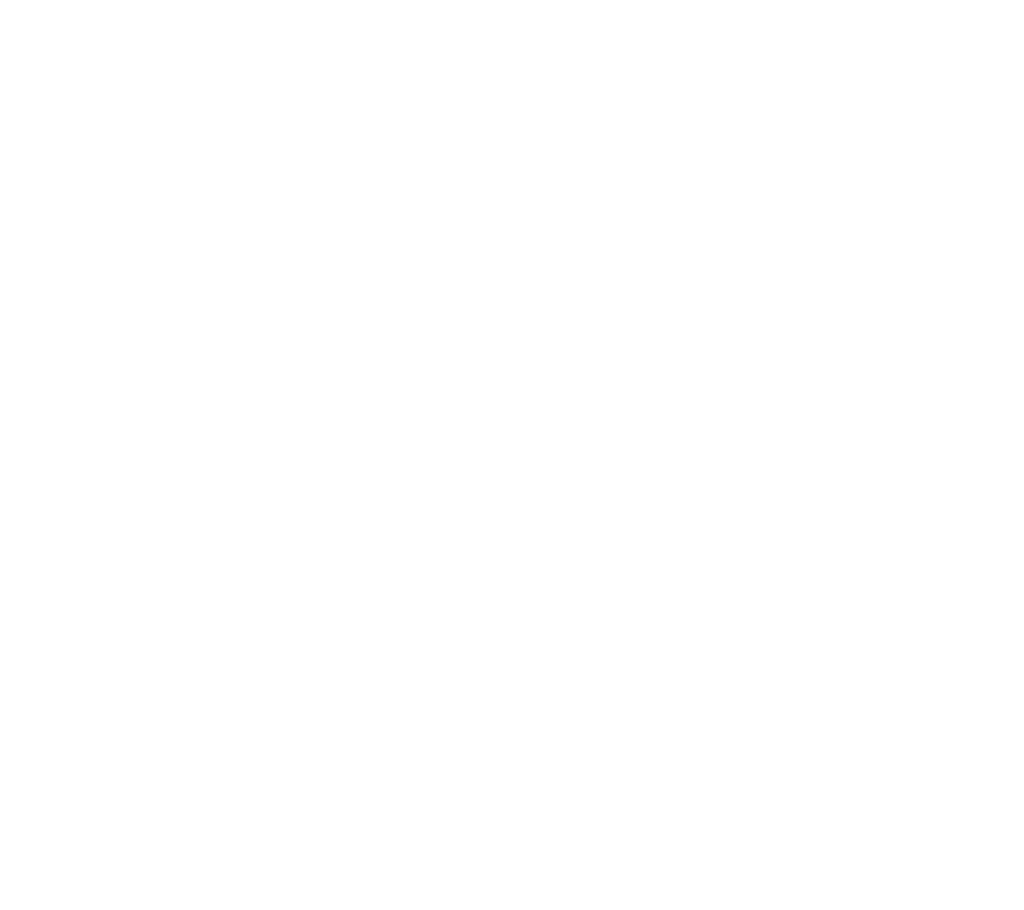
<source format=kicad_pcb>
(kicad_pcb (version 20211014) (generator pcbnew)

  (general
    (thickness 1.6)
  )

  (paper "A4")
  (layers
    (0 "F.Cu" signal)
    (31 "B.Cu" signal)
    (32 "B.Adhes" user "B.Adhesive")
    (33 "F.Adhes" user "F.Adhesive")
    (34 "B.Paste" user)
    (35 "F.Paste" user)
    (36 "B.SilkS" user "B.Silkscreen")
    (37 "F.SilkS" user "F.Silkscreen")
    (38 "B.Mask" user)
    (39 "F.Mask" user)
    (40 "Dwgs.User" user "User.Drawings")
    (41 "Cmts.User" user "User.Comments")
    (42 "Eco1.User" user "User.Eco1")
    (43 "Eco2.User" user "User.Eco2")
    (44 "Edge.Cuts" user)
    (45 "Margin" user)
    (46 "B.CrtYd" user "B.Courtyard")
    (47 "F.CrtYd" user "F.Courtyard")
    (48 "B.Fab" user)
    (49 "F.Fab" user)
  )

  (setup
    (pad_to_mask_clearance 0)
    (grid_origin 150 100)
    (pcbplotparams
      (layerselection 0x00010fc_ffffffff)
      (disableapertmacros false)
      (usegerberextensions false)
      (usegerberattributes true)
      (usegerberadvancedattributes true)
      (creategerberjobfile true)
      (svguseinch false)
      (svgprecision 6)
      (excludeedgelayer true)
      (plotframeref false)
      (viasonmask false)
      (mode 1)
      (useauxorigin false)
      (hpglpennumber 1)
      (hpglpenspeed 20)
      (hpglpendiameter 15.000000)
      (dxfpolygonmode true)
      (dxfimperialunits true)
      (dxfusepcbnewfont true)
      (psnegative false)
      (psa4output false)
      (plotreference true)
      (plotvalue true)
      (plotinvisibletext false)
      (sketchpadsonfab false)
      (subtractmaskfromsilk false)
      (outputformat 1)
      (mirror false)
      (drillshape 1)
      (scaleselection 1)
      (outputdirectory "")
    )
  )

  (net 0 "")

  (gr_line (start 159.524999 109.525) (end 159.524999 128.575) (layer "Dwgs.User") (width 0.2) (tstamp 002ef442-6469-4cb2-97ac-6ff335b30ced))
  (gr_line (start 197.624999 106.925) (end 197.624999 125.975) (layer "Dwgs.User") (width 0.2) (tstamp 004aace5-7bc5-4140-bfab-d5172b8cc123))
  (gr_line (start 139.55 130.525) (end 158.599999 130.525) (layer "Dwgs.User") (width 0.2) (tstamp 00c358e9-587c-41f8-ab62-d88b5edfc55e))
  (gr_line (start 216.674999 79.325) (end 216.674999 98.375001) (layer "Dwgs.User") (width 0.2) (tstamp 01ecfe3f-905b-490a-8fe9-f5ef695a42ba))
  (gr_line (start 159.524999 149.574999) (end 159.524999 130.524999) (layer "Dwgs.User") (width 0.2) (tstamp 02658916-609e-4296-9dae-761c704094e4))
  (gr_line (start 159.524999 71.425001) (end 159.524999 90.475001) (layer "Dwgs.User") (width 0.2) (tstamp 04f09f49-ebbd-4fd2-9bf1-31860e795fe5))
  (gr_line (start 119.595637 158.879872) (end 107.350533 173.473019) (layer "Dwgs.User") (width 0.2) (tstamp 09fa24a6-b666-45e6-93b3-8d3e5250f8fb))
  (gr_line (start 216.674999 79.325001) (end 216.674999 60.275) (layer "Dwgs.User") (width 0.2) (tstamp 0d9675bb-43be-43ba-9775-101c522edfcb))
  (gr_line (start 140.475001 71.425001) (end 159.524999 71.425001) (layer "Dwgs.User") (width 0.2) (tstamp 0e32d7a2-1a5e-4d18-853a-f090e5db71e7))
  (gr_line (start 216.674999 79.325) (end 197.624999 79.325) (layer "Dwgs.User") (width 0.2) (tstamp 107eb199-2b6a-4dda-b0a5-64296da2be55))
  (gr_line (start 159.524999 103.525006) (end 159.524999 84.474982) (layer "Dwgs.User") (width 0.2) (tstamp 12aa6293-1e2a-4022-a67e-f26275b1b69a))
  (gr_line (start 112.750357 140.689621) (end 130.015521 132.638743) (layer "Dwgs.User") (width 0.2) (tstamp 14ba3369-9633-42d2-b83c-926d06357851))
  (gr_line (start 159.524999 65.424982) (end 178.574999 65.425007) (layer "Dwgs.User") (width 0.2) (tstamp 1bdd4757-e663-4e7e-97bf-3e5f3317e676))
  (gr_line (start 197.624999 79.325) (end 197.624999 98.375) (layer "Dwgs.User") (width 0.2) (tstamp 1c0448ff-e212-440e-ba0d-58b8ab069c0d))
  (gr_line (start 216.674999 117.424999) (end 197.624999 117.424999) (layer "Dwgs.User") (width 0.2) (tstamp 1cf9b189-9a44-4a85-9447-b2467e096c5b))
  (gr_line (start 216.674999 60.275) (end 197.624999 60.275) (layer "Dwgs.User") (width 0.2) (tstamp 1d5c8639-ac71-4822-8b08-2a50097614d0))
  (gr_line (start 159.524999 65.425007) (end 159.524999 46.374982) (layer "Dwgs.User") (width 0.2) (tstamp 20e84779-6670-4a12-b76f-f4f7e16eec9c))
  (gr_line (start 140.475001 109.525) (end 159.524999 109.525) (layer "Dwgs.User") (width 0.2) (tstamp 25a87fdf-0eb0-4b11-aba0-72d16552b3c5))
  (gr_line (start 216.674999 98.375) (end 216.674999 117.425) (layer "Dwgs.User") (width 0.2) (tstamp 2accff90-9eb2-40a5-af17-bd7e47144948))
  (gr_line (start 178.574999 49.775001) (end 197.624999 49.775001) (layer "Dwgs.User") (width 0.2) (tstamp 2b0d5aab-d809-4591-b7dc-a60a57d22852))
  (gr_line (start 197.624999 125.975) (end 178.574999 125.975) (layer "Dwgs.User") (width 0.2) (tstamp 2e4a48e1-6a0b-45d7-bf70-159c7b093faa))
  (gr_line (start 197.624999 117.424999) (end 197.624999 136.474999) (layer "Dwgs.User") (width 0.2) (tstamp 3054e400-7a2c-40e5-9cfb-76c6bfa392b2))
  (gr_line (start 92.757386 161.227915) (end 105.00249 146.634768) (layer "Dwgs.User") (width 0.2) (tstamp 3135fa6e-8a83-49de-8d71-2edfeff0a143))
  (gr_line (start 140.475001 72.925001) (end 140.475001 91.975) (layer "Dwgs.User") (width 0.2) (tstamp 3195d7a9-c07e-423b-8663-27b07c517e41))
  (gr_line (start 197.624999 117.424999) (end 216.674999 117.425) (layer "Dwgs.User") (width 0.2) (tstamp 3541ee8d-5d40-4030-b717-9359b8c943d6))
  (gr_line (start 235.724999 98.375) (end 216.674999 98.375) (layer "Dwgs.User") (width 0.2) (tstamp 3577c0e1-2728-49e9-a2e6-2c1f08b6e02e))
  (gr_line (start 197.624999 136.474999) (end 216.674999 136.475) (layer "Dwgs.User") (width 0.2) (tstamp 3736a1d6-b40e-4474-925c-c426603ba30b))
  (gr_line (start 216.674999 117.425) (end 235.724999 117.425) (layer "Dwgs.User") (width 0.2) (tstamp 3ab22b27-b67a-427e-bd89-6a72109e026b))
  (gr_line (start 197.624999 87.875001) (end 197.624999 106.925) (layer "Dwgs.User") (width 0.2) (tstamp 3afb674f-f9cc-401c-a8cc-7afa322f2412))
  (gr_line (start 140.475001 72.925) (end 121.425001 72.925001) (layer "Dwgs.User") (width 0.2) (tstamp 3ba8da89-2b9e-4bdf-8060-b1169f1c45e2))
  (gr_line (start 140.475001 53.875001) (end 140.475001 72.925) (layer "Dwgs.User") (width 0.2) (tstamp 3c92f966-fbc2-4120-ae3d-09388bfa6344))
  (gr_line (start 197.624999 98.375) (end 197.624999 117.424999) (layer "Dwgs.User") (width 0.2) (tstamp 3e06260c-82bf-467c-bdf4-39a04fe658a6))
  (gr_line (start 178.574999 106.925) (end 197.624999 106.925) (layer "Dwgs.User") (width 0.2) (tstamp 3f8896db-190b-479c-b539-32bef032560c))
  (gr_line (start 178.574999 103.525006) (end 159.524999 103.525006) (layer "Dwgs.User") (width 0.2) (tstamp 405f97c1-4feb-4e4e-80f9-05c038a42c98))
  (gr_line (start 140.475001 111.024999) (end 121.425001 111.025) (layer "Dwgs.User") (width 0.2) (tstamp 4514e7a0-2c20-4f15-9626-4b09ca28cf4b))
  (gr_line (start 216.674999 60.275) (end 216.674999 79.325001) (layer "Dwgs.User") (width 0.2) (tstamp 45d9954c-09f5-4cce-b4d3-550b3499e294))
  (gr_line (start 178.574999 46.375007) (end 178.574999 65.425007) (layer "Dwgs.User") (width 0.2) (tstamp 49078127-c057-484d-b699-2520e230db84))
  (gr_line (start 121.425001 130.075) (end 121.425001 111.025) (layer "Dwgs.User") (width 0.2) (tstamp 4be82680-0e35-4333-88e6-d153195bacbb))
  (gr_line (start 235.724999 98.375001) (end 235.724999 79.325) (layer "Dwgs.User") (width 0.2) (tstamp 4c888686-ac18-4d1b-ac1c-1d87ae692fcf))
  (gr_line (start 197.624999 49.775001) (end 197.624999 68.825001) (layer "Dwgs.User") (width 0.2) (tstamp 4d5de5dc-b55a-413b-9df5-c145ba71c233))
  (gr_line (start 235.724999 79.325) (end 216.674999 79.325) (layer "Dwgs.User") (width 0.2) (tstamp 4dd3b1c2-4ecf-4b44-b19a-3f618f886e28))
  (gr_line (start 178.574999 68.825001) (end 178.574999 49.775001) (layer "Dwgs.User") (width 0.2) (tstamp 4e304ec2-f535-41b4-a7f9-a296df6e03d0))
  (gr_line (start 197.624999 106.925) (end 178.574999 106.925) (layer "Dwgs.User") (width 0.2) (tstamp 4ef81ed4-2eff-4c34-bac6-72200ba16aad))
  (gr_line (start 159.524999 90.475) (end 140.475 90.475) (layer "Dwgs.User") (width 0.2) (tstamp 50d52d3a-4efc-4868-bbc4-32b87319ff36))
  (gr_line (start 140.475 90.475) (end 140.475001 71.425001) (layer "Dwgs.User") (width 0.2) (tstamp 5152f251-51c2-4827-a299-47caed58b75b))
  (gr_line (start 197.624999 106.925) (end 178.574999 106.925) (layer "Dwgs.User") (width 0.2) (tstamp 53049070-f30f-4a2b-b631-f02cd6ab61e6))
  (gr_line (start 235.724999 117.424999) (end 216.674999 117.424999) (layer "Dwgs.User") (width 0.2) (tstamp 5bcce12a-fe85-4eb0-aa0c-669906aa1525))
  (gr_line (start 140.475001 111.025) (end 140.475001 130.074999) (layer "Dwgs.User") (width 0.2) (tstamp 5d1be0e8-19fb-4df9-81f2-c5b1f633d121))
  (gr_line (start 159.524999 130.524999) (end 197.624999 130.524999) (layer "Dwgs.User") (width 0.2) (tstamp 5fec47a8-e353-4e63-b2d0-a85ad21f016d))
  (gr_line (start 140.475001 130.074999) (end 121.425001 130.075) (layer "Dwgs.User") (width 0.2) (tstamp 61711ee4-82dd-4831-82ae-253afaca0bda))
  (gr_line (start 140.475 128.575) (end 140.475001 109.525) (layer "Dwgs.User") (width 0.2) (tstamp 635c2080-4d7f-4c55-9276-c11bf800c058))
  (gr_line (start 178.574999 84.475007) (end 159.524999 84.475007) (layer "Dwgs.User") (width 0.2) (tstamp 64f38e55-a44a-4461-b2e6-0bf64d3f8bc5))
  (gr_line (start 216.674999 136.475) (end 216.674999 117.424999) (layer "Dwgs.User") (width 0.2) (tstamp 65e15996-df2b-4dd2-a241-7c64655dbdc9))
  (gr_line (start 159.524999 109.525) (end 140.475 109.525) (layer "Dwgs.User") (width 0.2) (tstamp 6aebd67a-b4bd-4712-8615-8fba77b9f0e6))
  (gr_line (start 197.624999 60.275) (end 197.624999 79.325) (layer "Dwgs.User") (width 0.2) (tstamp 6bc012ff-150f-4752-8fd2-fa267854d495))
  (gr_line (start 140.475001 52.375001) (end 159.524999 52.375001) (layer "Dwgs.User") (width 0.2) (tstamp 6d349564-47c0-4478-ba48-a3ba94e81136))
  (gr_line (start 235.724999 60.275) (end 216.674999 60.275) (layer "Dwgs.User") (width 0.2) (tstamp 6d60c41e-cdda-4ad4-8402-4b6e44f686b5))
  (gr_line (start 178.574999 103.525006) (end 159.524999 103.525006) (layer "Dwgs.User") (width 0.2) (tstamp 6e875595-128a-49a2-90d7-82fea953b045))
  (gr_line (start 216.674999 117.424999) (end 216.674999 136.475) (layer "Dwgs.User") (width 0.2) (tstamp 6f381fc1-ad70-4097-8824-825b3ae78316))
  (gr_line (start 197.624999 98.375) (end 216.674999 98.375001) (layer "Dwgs.User") (width 0.2) (tstamp 70ded7ca-56ad-4b84-9ea6-7edbf464567c))
  (gr_line (start 235.724999 79.325001) (end 235.724999 60.275) (layer "Dwgs.User") (width 0.2) (tstamp 7371e6ea-0832-448a-82ab-4778567a8b58))
  (gr_line (start 138.066398 149.903906) (end 120.801235 157.954784) (layer "Dwgs.User") (width 0.2) (tstamp 74143fe6-2cb4-41e5-9f2b-6bf95484db9f))
  (gr_line (start 178.574999 125.975) (end 178.574999 106.925) (layer "Dwgs.User") (width 0.2) (tstamp 759c5515-6476-4bef-b63b-71d7b0be51d1))
  (gr_line (start 178.574999 87.875001) (end 178.574999 68.825001) (layer "Dwgs.User") (width 0.2) (tstamp 763a3f38-9654-4ed6-a803-9a37d9986775))
  (gr_line (start 216.674999 117.425) (end 235.724999 117.425) (layer "Dwgs.User") (width 0.2) (tstamp 794dd876-b233-475c-bdbd-8e1ea394b521))
  (gr_line (start 158.599999 149.574999) (end 139.55 149.575) (layer "Dwgs.User") (width 0.2) (tstamp 7ded0a18-5379-4a62-b206-21d979f1c376))
  (gr_line (start 121.425001 111.025) (end 121.425001 91.975001) (layer "Dwgs.User") (width 0.2) (tstamp 82c16e29-76fd-484c-99c6-a88756a3f279))
  (gr_line (start 159.524999 52.375001) (end 159.524999 71.425) (layer "Dwgs.User") (width 0.2) (tstamp 83210188-c38e-4f9f-900e-270c79a29703))
  (gr_line (start 140.475 109.525) (end 140.475001 90.475001) (layer "Dwgs.User") (width 0.2) (tstamp 834348f0-bed4-4578-a36b-bc05d77f70a7))
  (gr_line (start 197.624999 87.875001) (end 178.574999 87.875001) (layer "Dwgs.User") (width 0.2) (tstamp 842552da-4472-4648-81c7-d51e9002f6ff))
  (gr_line (start 121.425001 72.925001) (end 121.425001 53.875001) (layer "Dwgs.User") (width 0.2) (tstamp 86adb6d9-bc72-43cb-a8e8-00808a68394e))
  (gr_line (start 216.674999 98.375001) (end 216.674999 79.325) (layer "Dwgs.User") (width 0.2) (tstamp 8a79a2d0-36cd-4d95-910f-923d9b4c8b89))
  (gr_line (start 216.674999 136.475) (end 235.724999 136.475) (layer "Dwgs.User") (width 0.2) (tstamp 8aef0af3-b614-4b7a-a50c-e1708260c20f))
  (gr_line (start 178.574999 103.525006) (end 178.574999 122.575006) (layer "Dwgs.User") (width 0.2) (tstamp 916f1846-3162-4693-bf08-06a01f9574aa))
  (gr_line (start 178.574999 87.875001) (end 197.624999 87.875001) (layer "Dwgs.User") (width 0.2) (tstamp 91c06ca0-1067-48d5-9a99-b290d1d12957))
  (gr_line (start 158.599999 130.525) (end 158.599999 149.574999) (layer "Dwgs.User") (width 0.2) (tstamp 91e9acf9-ebab-486d-a3ee-66e6264827ed))
  (gr_line (start 216.674999 117.425) (end 216.674999 98.375) (layer "Dwgs.User") (width 0.2) (tstamp 9872401e-1b25-4802-b997-b52b7e374a3a))
  (gr_line (start 105.00249 146.634768) (end 119.595637 158.879872) (layer "Dwgs.User") (width 0.2) (tstamp a0567dea-363d-4287-8edf-da5412d77e00))
  (gr_line (start 197.624999 149.574999) (end 159.524999 149.574999) (layer "Dwgs.User") (width 0.2) (tstamp a7610424-7bbf-43e7-b25a-dd1c40072ccb))
  (gr_line (start 197.624999 68.825001) (end 178.574999 68.825001) (layer "Dwgs.User") (width 0.2) (tstamp ac0648e7-786c-4622-8c86-eb1c83e3ac03))
  (gr_line (start 178.574999 68.825001) (end 197.624999 68.825001) (layer "Dwgs.User") (width 0.2) (tstamp aecf77c1-e49d-4692-925a-2d1ac5d53dd4))
  (gr_line (start 178.574999 65.425007) (end 159.524999 65.425007) (layer "Dwgs.User") (width 0.2) (tstamp af31394e-5125-4c58-a023-de4573fd4c6a))
  (gr_line (start 121.425001 72.925001) (end 140.475001 72.925001) (layer "Dwgs.User") (width 0.2) (tstamp b15d489e-d164-43c3-83f2-a5da36ac760a))
  (gr_line (start 216.674999 98.375001) (end 235.724999 98.375001) (layer "Dwgs.User") (width 0.2) (tstamp b19413e9-2a3d-459b-81f3-60aa322fc296))
  (gr_line (start 107.350533 173.473019) (end 92.757386 161.227915) (layer "Dwgs.User") (width 0.2) (tstamp b1c9640c-ad3b-410c-b745-c396fd19b174))
  (gr_line (start 120.801235 157.954784) (end 112.750357 140.689621) (layer "Dwgs.User") (width 0.2) (tstamp b296ecfa-dd29-4c07-b605-25962af250f0))
  (gr_line (start 178.574999 65.425007) (end 178.574999 84.475007) (layer "Dwgs.User") (width 0.2) (tstamp b5f534be-2be1-44f1-8247-d4d25104eb9f))
  (gr_line (start 121.425001 53.875001) (end 140.475001 53.875001) (layer "Dwgs.User") (width 0.2) (tstamp b7b5626b-36fc-4016-81cd-7e8ac9d987d6))
  (gr_line (start 140.475001 111.024999) (end 121.425001 111.025) (layer "Dwgs.User") (width 0.2) (tstamp b900a6ac-5878-40c7-90ca-0a8a370516d8))
  (gr_line (start 159.524999 103.524981) (end 178.574999 103.525006) (layer "Dwgs.User") (width 0.2) (tstamp bca869fa-ac6d-461e-9fd9-a0e9633ae5a3))
  (gr_line (start 178.574999 122.575006) (end 159.524999 122.575006) (layer "Dwgs.User") (width 0.2) (tstamp bea31023-61ae-4df3-9507-6e95ef19fb2f))
  (gr_line (start 159.524999 84.475007) (end 159.524999 65.424982) (layer "Dwgs.User") (width 0.2) (tstamp bf3ddccc-d3b9-480d-8afb-92641c57223a))
  (gr_line (start 197.624999 79.325) (end 216.674999 79.325001) (layer "Dwgs.User") (width 0.2) (tstamp c1489c12-cdf6-460e-b9d2-b26f2ac37122))
  (gr_line (start 235.724999 136.475) (end 235.724999 117.424999) (layer "Dwgs.User") (width 0.2) (tstamp c2a7cbb3-0f51-4b6e-9261-5100e72cc7f8))
  (gr_line (start 216.674999 98.375) (end 197.624999 98.375) (layer "Dwgs.User") (width 0.2) (tstamp c32654b8-8157-435e-af8b-feaa16c93059))
  (gr_line (start 178.574999 106.925) (end 178.574999 87.875001) (layer "Dwgs.User") (width 0.2) (tstamp c5276e25-9211-48b4-9462-7145384ac95b))
  (gr_line (start 159.524999 109.525) (end 140.475 109.525) (layer "Dwgs.User") (width 0.2) (tstamp c76d16c4-3680-49f9-af26-836c4dda0d02))
  (gr_line (start 130.015521 132.638743) (end 138.066398 149.903906) (layer "Dwgs.User") (width 0.2) (tstamp c99d0c5d-2ab0-4bb5-804a-d2f0f992f6fa))
  (gr_line (start 140.475 71.425) (end 140.475001 52.375001) (layer "Dwgs.User") (width 0.2) (tstamp ce5433f5-d595-4982-8b3d-d2f5f12c36aa))
  (gr_line (start 197.624999 130.524999) (end 197.624999 149.574999) (layer "Dwgs.User") (width 0.2) (tstamp cf658d4b-d05c-4752-8225-c7f02ef5266b))
  (gr_line (start 121.425001 91.975001) (end 140.475001 91.975001) (layer "Dwgs.User") (width 0.2) (tstamp d8148f8f-b528-4330-859f-a14b7e9f208e))
  (gr_line (start 197.624999 68.825001) (end 197.624999 87.875001) (layer "Dwgs.User") (width 0.2) (tstamp dd47118f-1de5-4f86-a9e3-d89ed1ebb659))
  (gr_line (start 140.475001 91.975) (end 121.425001 91.975001) (layer "Dwgs.User") (width 0.2) (tstamp de1db008-39dd-41dd-b6e9-484a18943dac))
  (gr_line (start 140.475001 90.475001) (end 159.524999 90.475001) (layer "Dwgs.User") (width 0.2) (tstamp e15ce17c-1e2e-48bb-a107-92c70fa9a32c))
  (gr_line (start 159.524999 128.575) (end 140.475 128.575) (layer "Dwgs.User") (width 0.2) (tstamp e3adcc2e-6911-4739-842f-e5a8b4c13606))
  (gr_line (start 121.425001 111.025) (end 140.475001 111.025) (layer "Dwgs.User") (width 0.2) (tstamp e906d8e7-ef77-4825-8aaf-11ead77c531d))
  (gr_line (start 178.574999 84.475007) (end 178.574999 103.525006) (layer "Dwgs.User") (width 0.2) (tstamp e9ba2515-c9fa-4971-b7c5-cd9c02ed3005))
  (gr_line (start 216.674999 79.325001) (end 235.724999 79.325001) (layer "Dwgs.User") (width 0.2) (tstamp ead5ae1d-05fd-476b-9555-62aa6841d528))
  (gr_line (start 159.524999 71.425) (end 140.475 71.425) (layer "Dwgs.User") (width 0.2) (tstamp eb83e9b9-a587-4e24-aca1-c43e842ddabb))
  (gr_line (start 159.524999 90.475001) (end 159.524999 109.525) (layer "Dwgs.User") (width 0.2) (tstamp ebc5e0c6-1999-4a57-9dec-a5f207a039ee))
  (gr_line (start 197.624999 117.424999) (end 216.674999 117.425) (layer "Dwgs.User") (width 0.2) (tstamp ebcbcc51-15ad-40ef-b334-887d1aabcb92))
  (gr_line (start 140.475001 91.975001) (end 140.475001 111.024999) (layer "Dwgs.User") (width 0.2) (tstamp f205fefc-d388-4c9c-828c-890168cc6ff6))
  (gr_line (start 139.55 149.575) (end 139.55 130.525) (layer "Dwgs.User") (width 0.2) (tstamp f46da958-f2d8-462b-b597-be4567fb2ee7))
  (gr_line (start 235.724999 117.425) (end 235.724999 98.375) (layer "Dwgs.User") (width 0.2) (tstamp f7206c57-ca75-4d36-9735-8b7e08964dec))
  (gr_line (start 159.524999 46.374982) (end 178.574999 46.375007) (layer "Dwgs.User") (width 0.2) (tstamp f740991c-ea1b-4f62-8c03-15bf0620b1bc))
  (gr_line (start 159.524999 122.575006) (end 159.524999 103.524981) (layer "Dwgs.User") (width 0.2) (tstamp f8f4fc31-59ab-4061-ab2d-64b2d63c552e))
  (gr_line (start 159.524999 84.474982) (end 178.574999 84.475007) (layer "Dwgs.User") (width 0.2) (tstamp f99f46cd-77a9-4253-9bff-11a659fa65a8))
  (gr_line (start 121.425001 91.975001) (end 121.425001 72.925001) (layer "Dwgs.User") (width 0.2) (tstamp fcc3c34f-e862-4fb2-902d-3dfda0c5cab7))

)

</source>
